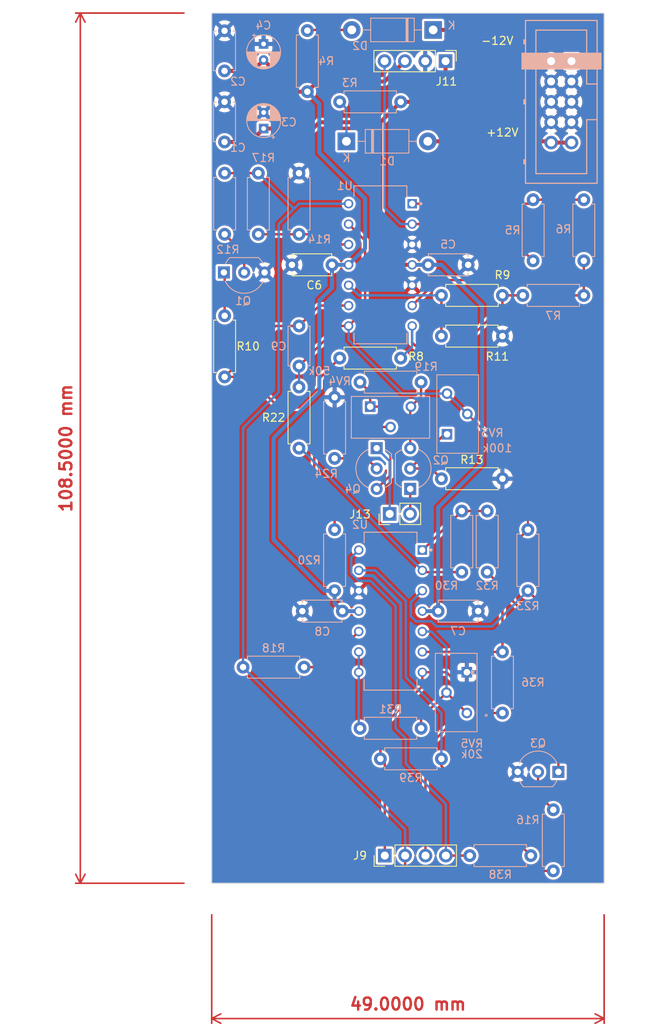
<source format=kicad_pcb>
(kicad_pcb (version 20221018) (generator pcbnew)
  (layers (0 "F.Cu" signal) (31 "B.Cu" power) (34 "B.Paste" user) (35 "F.Paste" user) (36 "B.SilkS" user "B.Silkscreen") (37 "F.SilkS" user "F.Silkscreen") (38 "B.Mask" user) (39 "F.Mask" user) (44 "Edge.Cuts" user))
  (net 0 "")
  (net 1 "GND")
  (net 2 "+12V")
  (net 3 "-12V")
  (net 4 "Net-(C9-Pad1)")
  (net 5 "/D+")
  (net 6 "/12+")
  (net 7 "/12-")
  (net 8 "/D-")
  (net 9 "U3_2_1")
  (net 10 "U3_3_1")
  (net 11 "Ramp Down1")
  (net 12 "Net-(Q1-Pad1)")
  (net 13 "Net-(Q1-Pad2)")
  (net 14 "Net-(Q2-Pad2)")
  (net 15 "Net-(Q2-Pad3)")
  (net 16 "Net-(Q3-Pad1)")
  (net 17 "Net-(Q3-Pad2)")
  (net 18 "Net-(Q4-Pad2)")
  (net 19 "Net-(Q4-Pad3)")
  (net 20 "Net-(R5-Pad2)")
  (net 21 "Net-(R6-Pad2)")
  (net 22 "Net-(R7-Pad2)")
  (net 23 "Net-(R11-Pad2)")
  (net 24 "Net-(R14-Pad2)")
  (net 25 "Net-(R18-Pad1)")
  (net 26 "Net-(R20-Pad1)")
  (net 27 "Net-(R22-Pad1)")
  (net 28 "Net-(R30-Pad1)")
  (net 29 "Net-(R31-Pad1)")
  (net 30 "Net-(R31-Pad2)")
  (net 31 "Net-(R32-Pad1)")
  (net 32 "Net-(R38-Pad2)")
  (net 33 "Tri1")
  (net 34 "Sqr1")
  (net 35 "Ramp Up1")
  (net 36 "RV2_1")
  (footprint "Capacitor_THT:C_Disc_D4.7mm_W2.5mm_P5.00mm" (layer "F.Cu") (at 187 71.12 180)
    (fp_text reference "C6" (at 2.215 -2.54) (layer "F.SilkS"))
    (fp_text value "0.1u")
    (pad "1" thru_hole circle (at 0 0 180) (size 1.6 1.6) (drill 0.8) (layers "*.Cu" "*.Mask") (net 3 "-12V"))
    (pad "2" thru_hole circle (at 5 0 180) (size 1.6 1.6) (drill 0.8) (layers "*.Cu" "*.Mask") (net 1 "GND"))
  )
  (footprint "Resistor_THT:R_Axial_DIN0207_L6.3mm_D2.5mm_P7.62mm_Horizontal" (layer "F.Cu") (at 195.58 82.75 180)
    (fp_text reference "R8" (at -1.905 0.2) (layer "F.SilkS"))
    (fp_text value "100k")
    (pad "1" thru_hole circle (at 0 0 180) (size 1.6 1.6) (drill 0.8) (layers "*.Cu" "*.Mask") (net 22 "Net-(R7-Pad2)"))
    (pad "2" thru_hole oval (at 7.62 0 180) (size 1.6 1.6) (drill 0.8) (layers "*.Cu" "*.Mask") (net 4 "Net-(C9-Pad1)"))
  )
  (footprint "Connector_PinHeader_2.54mm:PinHeader_1x02_P2.54mm_Vertical" (layer "F.Cu") (at 194.2 102.175 90)
    (fp_text reference "J13" (at -0.06 -3.7 180) (layer "F.SilkS"))
    (fp_text value "Conn_01x02")
    (pad "1" thru_hole rect (at 0 0 90) (size 1.7 1.7) (drill 1) (layers "*.Cu" "*.Mask") (net 10 "U3_3_1"))
    (pad "2" thru_hole oval (at 0 2.54 90) (size 1.7 1.7) (drill 1) (layers "*.Cu" "*.Mask") (net 9 "U3_2_1"))
  )
  (footprint "Connector_PinHeader_2.54mm:PinHeader_1x04_P2.54mm_Vertical" (layer "F.Cu") (at 201.18 45.72 -90)
    (fp_text reference "J11" (at 2.54 -0.115 180) (layer "F.SilkS"))
    (fp_text value "Conn_01x04")
    (pad "1" thru_hole rect (at 0 0 270) (size 1.7 1.7) (drill 1) (layers "*.Cu" "*.Mask") (net 2 "+12V"))
    (pad "2" thru_hole oval (at 0 2.54 270) (size 1.7 1.7) (drill 1) (layers "*.Cu" "*.Mask") (net 1 "GND"))
    (pad "3" thru_hole oval (at 0 5.08 270) (size 1.7 1.7) (drill 1) (layers "*.Cu" "*.Mask") (net 3 "-12V"))
    (pad "4" thru_hole oval (at 0 7.62 270) (size 1.7 1.7) (drill 1) (layers "*.Cu" "*.Mask") (net 36 "RV2_1"))
  )
  (footprint "Resistor_THT:R_Axial_DIN0207_L6.3mm_D2.5mm_P7.62mm_Horizontal" (layer "F.Cu") (at 182.88 93.98 90)
    (fp_text reference "R22" (at 3.81 -3.175 180) (layer "F.SilkS"))
    (fp_text value "100k")
    (pad "1" thru_hole circle (at 0 0 90) (size 1.6 1.6) (drill 0.8) (layers "*.Cu" "*.Mask") (net 27 "Net-(R22-Pad1)"))
    (pad "2" thru_hole oval (at 7.62 0 90) (size 1.6 1.6) (drill 0.8) (layers "*.Cu" "*.Mask") (net 33 "Tri1"))
  )
  (footprint "Resistor_THT:R_Axial_DIN0207_L6.3mm_D2.5mm_P7.62mm_Horizontal" (layer "F.Cu") (at 200.66 97.79)
    (fp_text reference "R13" (at 3.81 -2.37) (layer "F.SilkS"))
    (fp_text value "470")
    (pad "1" thru_hole circle (at 0 0) (size 1.6 1.6) (drill 0.8) (layers "*.Cu" "*.Mask") (net 14 "Net-(Q2-Pad2)"))
    (pad "2" thru_hole oval (at 7.62 0) (size 1.6 1.6) (drill 0.8) (layers "*.Cu" "*.Mask") (net 1 "GND"))
  )
  (footprint "Connector_PinHeader_2.54mm:PinHeader_1x04_P2.54mm_Vertical" (layer "F.Cu") (at 193.59 144.78 90)
    (fp_text reference "J9" (at 0 -3.09 180) (layer "F.SilkS"))
    (fp_text value "Conn_01x04")
    (pad "1" thru_hole rect (at 0 0 90) (size 1.7 1.7) (drill 1) (layers "*.Cu" "*.Mask") (net 35 "Ramp Up1"))
    (pad "2" thru_hole oval (at 0 2.54 90) (size 1.7 1.7) (drill 1) (layers "*.Cu" "*.Mask") (net 34 "Sqr1"))
    (pad "3" thru_hole oval (at 0 5.08 90) (size 1.7 1.7) (drill 1) (layers "*.Cu" "*.Mask") (net 33 "Tri1"))
    (pad "4" thru_hole oval (at 0 7.62 90) (size 1.7 1.7) (drill 1) (layers "*.Cu" "*.Mask") (net 11 "Ramp Down1"))
  )
  (footprint "Resistor_THT:R_Axial_DIN0207_L6.3mm_D2.5mm_P7.62mm_Horizontal" (layer "F.Cu") (at 173.595 77.47 -90)
    (fp_text reference "R10" (at 3.81 -2.935 180) (layer "F.SilkS"))
    (fp_text value "47k")
    (pad "1" thru_hole circle (at 0 0 270) (size 1.6 1.6) (drill 0.8) (layers "*.Cu" "*.Mask") (net 12 "Net-(Q1-Pad1)"))
    (pad "2" thru_hole oval (at 7.62 0 270) (size 1.6 1.6) (drill 0.8) (layers "*.Cu" "*.Mask") (net 4 "Net-(C9-Pad1)"))
  )
  (footprint "Resistor_THT:R_Axial_DIN0207_L6.3mm_D2.5mm_P7.62mm_Horizontal" (layer "F.Cu") (at 208.28 80.01 180)
    (fp_text reference "R11" (at 0.635 -2.54) (layer "F.SilkS"))
    (fp_text value "47k")
    (pad "1" thru_hole circle (at 0 0 180) (size 1.6 1.6) (drill 0.8) (layers "*.Cu" "*.Mask") (net 1 "GND"))
    (pad "2" thru_hole oval (at 7.62 0 180) (size 1.6 1.6) (drill 0.8) (layers "*.Cu" "*.Mask") (net 23 "Net-(R11-Pad2)"))
  )
  (footprint "Resistor_THT:R_Axial_DIN0207_L6.3mm_D2.5mm_P7.62mm_Horizontal" (layer "F.Cu") (at 208.28 74.93 180)
    (fp_text reference "R9" (at 0 2.54) (layer "F.SilkS"))
    (fp_text value "47k")
    (pad "1" thru_hole circle (at 0 0 180) (size 1.6 1.6) (drill 0.8) (layers "*.Cu" "*.Mask") (net 22 "Net-(R7-Pad2)"))
    (pad "2" thru_hole oval (at 7.62 0 180) (size 1.6 1.6) (drill 0.8) (layers "*.Cu" "*.Mask") (net 23 "Net-(R11-Pad2)"))
  )
  (footprint "Capacitor_THT:C_Disc_D4.7mm_W2.5mm_P5.00mm" (layer "B.Cu") (at 173.58 50.8 -90)
    (fp_text reference "C1" (at 5.715 -1.68 180) (layer "B.SilkS") (effects (justify mirror)))
    (fp_text value "0.1u")
    (pad "1" thru_hole circle (at 0 0 270) (size 1.6 1.6) (drill 0.8) (layers "*.Cu" "*.Mask") (net 1 "GND"))
    (pad "2" thru_hole circle (at 5 0 270) (size 1.6 1.6) (drill 0.8) (layers "*.Cu" "*.Mask") (net 2 "+12V"))
  )
  (footprint "Resistor_THT:R_Axial_DIN0207_L6.3mm_D2.5mm_P7.62mm_Horizontal" (layer "B.Cu") (at 198.12 128.905 180)
    (fp_text reference "R31" (at 3.81 2.37) (layer "B.SilkS") (effects (justify mirror)))
    (fp_text value "50k")
    (pad "1" thru_hole circle (at 0 0 180) (size 1.6 1.6) (drill 0.8) (layers "*.Cu" "*.Mask") (net 29 "Net-(R31-Pad1)"))
    (pad "2" thru_hole oval (at 7.62 0 180) (size 1.6 1.6) (drill 0.8) (layers "*.Cu" "*.Mask") (net 30 "Net-(R31-Pad2)"))
  )
  (footprint "Capacitor_THT:CP_Radial_D4.0mm_P2.00mm" (layer "B.Cu") (at 178.4675 54.127662 90)
    (fp_text reference "C3" (at 0.787662 3.1425) (layer "B.SilkS") (effects (justify mirror)))
    (fp_text value "47u")
    (pad "1" thru_hole rect (at 0 0 90) (size 1.2 1.2) (drill 0.6) (layers "*.Cu" "*.Mask") (net 2 "+12V"))
    (pad "2" thru_hole circle (at 2 0 90) (size 1.2 1.2) (drill 0.6) (layers "*.Cu" "*.Mask") (net 1 "GND"))
  )
  (footprint "Custom_Footprints:Eurorack_10_pin_header" (layer "B.Cu") (at 216.9 45.72 -90)
    (fp_text reference "J2" hide)
    (fp_text value "Eurorack 10 DIP Header")
    (fp_text user "-12V" (at -2.54 9.255) (layer "F.SilkS"))
    (pad "1" thru_hole rect (at 0 0 270) (size 1.7 1.7) (drill 1) (layers "*.Cu" "*.Mask") (net 7 "/12-"))
    (pad "2" thru_hole circle (at 0 2.54 270) (size 1.7 1.7) (drill 1) (layers "*.Cu" "*.Mask") (net 7 "/12-"))
    (pad "3" thru_hole circle (at 2.54 0 270) (size 1.7 1.7) (drill 1) (layers "*.Cu" "*.Mask") (net 1 "GND"))
    (pad "4" thru_hole circle (at 2.54 2.54 270) (size 1.7 1.7) (drill 1) (layers "*.Cu" "*.Mask") (net 1 "GND"))
    (pad "5" thru_hole circle (at 5.08 0 270) (size 1.7 1.7) (drill 1) (layers "*.Cu" "*.Mask") (net 1 "GND"))
    (pad "6" thru_hole circle (at 5.08 2.54 270) (size 1.7 1.7) (drill 1) (layers "*.Cu" "*.Mask") (net 1 "GND"))
    (pad "7" thru_hole circle (at 7.62 0 270) (size 1.7 1.7) (drill 1) (layers "*.Cu" "*.Mask") (net 1 "GND"))
    (pad "8" thru_hole circle (at 7.62 2.54 270) (size 1.7 1.7) (drill 1) (layers "*.Cu" "*.Mask") (net 1 "GND"))
    (pad "9" thru_hole circle (at 10.16 0 270) (size 1.7 1.7) (drill 1) (layers "*.Cu" "*.Mask") (net 6 "/12+"))
    (pad "10" thru_hole circle (at 10.16 2.54 270) (size 1.7 1.7) (drill 1) (layers "*.Cu" "*.Mask") (net 6 "/12+"))
  )
  (footprint "Custom_Footprints:3296Y-1-502LF" (layer "B.Cu") (at 191.77 88.8)
    (fp_text reference "RV4" (at -3.81 -3.175 180) (layer "B.SilkS") (effects (justify mirror)))
    (fp_text value "50k" (at -6.35 -4.445 180) (layer "B.SilkS") (effects (justify mirror)))
    (pad "1" thru_hole circle (at 5.08 0) (size 1.3208 1.3208) (drill 0.8128) (layers "*.Cu" "*.Mask") (net 15 "Net-(Q2-Pad3)"))
    (pad "2" thru_hole circle (at 2.54 2.54) (size 1.3208 1.3208) (drill 0.8128) (layers "*.Cu" "*.Mask") (net 26 "Net-(R20-Pad1)"))
    (pad "3" thru_hole rect (at 0 0) (size 1.3208 1.3208) (drill 0.8128) (layers "*.Cu" "*.Mask") (net 19 "Net-(Q4-Pad3)"))
  )
  (footprint "Capacitor_THT:C_Disc_D4.7mm_W2.5mm_P5.00mm" (layer "B.Cu") (at 200.25 114.3)
    (fp_text reference "C7" (at 2.5 2.5) (layer "B.SilkS") (effects (justify mirror)))
    (fp_text value "0.1u")
    (pad "1" thru_hole circle (at 0 0) (size 1.6 1.6) (drill 0.8) (layers "*.Cu" "*.Mask") (net 2 "+12V"))
    (pad "2" thru_hole circle (at 5 0) (size 1.6 1.6) (drill 0.8) (layers "*.Cu" "*.Mask") (net 1 "GND"))
  )
  (footprint "Resistor_THT:R_Axial_DIN0207_L6.3mm_D2.5mm_P7.62mm_Horizontal" (layer "B.Cu") (at 204.2 144.78)
    (fp_text reference "R38" (at 3.81 2.37) (layer "B.SilkS") (effects (justify mirror)))
    (fp_text value "10k")
    (pad "1" thru_hole circle (at 0 0) (size 1.6 1.6) (drill 0.8) (layers "*.Cu" "*.Mask") (net 11 "Ramp Down1"))
    (pad "2" thru_hole oval (at 7.62 0) (size 1.6 1.6) (drill 0.8) (layers "*.Cu" "*.Mask") (net 32 "Net-(R38-Pad2)"))
  )
  (footprint "TL074CN:DIP794W45P254L1969H508Q14" (layer "B.Cu") (at 193.04 71.12 180)
    (fp_text reference "U1" (at 4.445 9.845) (layer "B.SilkS") (effects (justify mirror)))
    (fp_text value "TL074CN")
    (pad "1" thru_hole rect (at -3.97 7.62 180) (size 1.17 1.17) (drill 0.77) (layers "*.Cu" "*.Mask") (net 20 "Net-(R5-Pad2)"))
    (pad "2" thru_hole circle (at -3.97 5.08 180) (size 1.17 1.17) (drill 0.77) (layers "*.Cu" "*.Mask") (net 36 "RV2_1"))
    (pad "3" thru_hole circle (at -3.97 2.54 180) (size 1.17 1.17) (drill 0.77) (layers "*.Cu" "*.Mask") (net 1 "GND"))
    (pad "4" thru_hole circle (at -3.97 0 180) (size 1.17 1.17) (drill 0.77) (layers "*.Cu" "*.Mask") (net 2 "+12V"))
    (pad "5" thru_hole circle (at -3.97 -2.54 180) (size 1.17 1.17) (drill 0.77) (layers "*.Cu" "*.Mask") (net 1 "GND"))
    (pad "6" thru_hole circle (at -3.97 -5.08 180) (size 1.17 1.17) (drill 0.77) (layers "*.Cu" "*.Mask") (net 21 "Net-(R6-Pad2)"))
    (pad "7" thru_hole circle (at -3.97 -7.62 180) (size 1.17 1.17) (drill 0.77) (layers "*.Cu" "*.Mask") (net 22 "Net-(R7-Pad2)"))
    (pad "8" thru_hole circle (at 3.97 -7.62 180) (size 1.17 1.17) (drill 0.77) (layers "*.Cu" "*.Mask") (net 33 "Tri1"))
    (pad "9" thru_hole circle (at 3.97 -5.08 180) (size 1.17 1.17) (drill 0.77) (layers "*.Cu" "*.Mask") (net 4 "Net-(C9-Pad1)"))
    (pad "10" thru_hole circle (at 3.97 -2.54 180) (size 1.17 1.17) (drill 0.77) (layers "*.Cu" "*.Mask") (net 23 "Net-(R11-Pad2)"))
    (pad "11" thru_hole circle (at 3.97 0 180) (size 1.17 1.17) (drill 0.77) (layers "*.Cu" "*.Mask") (net 3 "-12V"))
    (pad "12" thru_hole circle (at 3.97 2.54 180) (size 1.17 1.17) (drill 0.77) (layers "*.Cu" "*.Mask") (net 24 "Net-(R14-Pad2)"))
    (pad "13" thru_hole circle (at 3.97 5.08 180) (size 1.17 1.17) (drill 0.77) (layers "*.Cu" "*.Mask") (net 33 "Tri1"))
    (pad "14" thru_hole circle (at 3.97 7.62 180) (size 1.17 1.17) (drill 0.77) (layers "*.Cu" "*.Mask") (net 34 "Sqr1"))
  )
  (footprint "TL074CN:DIP794W45P254L1969H508Q14" (layer "B.Cu") (at 194.31 114.3 180)
    (fp_text reference "U2" (at 3.81 10.795) (layer "B.SilkS") (effects (justify mirror)))
    (fp_text value "TL074CN")
    (pad "1" thru_hole rect (at -3.97 7.62 180) (size 1.17 1.17) (drill 0.77) (layers "*.Cu" "*.Mask") (net 28 "Net-(R30-Pad1)"))
    (pad "2" thru_hole circle (at -3.97 5.08 180) (size 1.17 1.17) (drill 0.77) (layers "*.Cu" "*.Mask") (net 27 "Net-(R22-Pad1)"))
    (pad "3" thru_hole circle (at -3.97 2.54 180) (size 1.17 1.17) (drill 0.77) (layers "*.Cu" "*.Mask") (net 16 "Net-(Q3-Pad1)"))
    (pad "4" thru_hole circle (at -3.97 0 180) (size 1.17 1.17) (drill 0.77) (layers "*.Cu" "*.Mask") (net 2 "+12V"))
    (pad "5" thru_hole circle (at -3.97 -2.54 180) (size 1.17 1.17) (drill 0.77) (layers "*.Cu" "*.Mask") (net 29 "Net-(R31-Pad1)"))
    (pad "6" thru_hole circle (at -3.97 -5.08 180) (size 1.17 1.17) (drill 0.77) (layers "*.Cu" "*.Mask") (net 31 "Net-(R32-Pad1)"))
    (pad "7" thru_hole circle (at -3.97 -7.62 180) (size 1.17 1.17) (drill 0.77) (layers "*.Cu" "*.Mask") (net 35 "Ramp Up1"))
    (pad "8" thru_hole circle (at 3.97 -7.62 180) (size 1.17 1.17) (drill 0.77) (layers "*.Cu" "*.Mask") (net 30 "Net-(R31-Pad2)"))
    (pad "9" thru_hole circle (at 3.97 -5.08 180) (size 1.17 1.17) (drill 0.77) (layers "*.Cu" "*.Mask") (net 30 "Net-(R31-Pad2)"))
    (pad "10" thru_hole circle (at 3.97 -2.54 180) (size 1.17 1.17) (drill 0.77) (layers "*.Cu" "*.Mask") (net 25 "Net-(R18-Pad1)"))
    (pad "11" thru_hole circle (at 3.97 0 180) (size 1.17 1.17) (drill 0.77) (layers "*.Cu" "*.Mask") (net 3 "-12V"))
    (pad "12" thru_hole circle (at 3.97 2.54 180) (size 1.17 1.17) (drill 0.77) (layers "*.Cu" "*.Mask") (net 1 "GND"))
    (pad "13" thru_hole circle (at 3.97 5.08 180) (size 1.17 1.17) (drill 0.77) (layers "*.Cu" "*.Mask") (net 32 "Net-(R38-Pad2)"))
    (pad "14" thru_hole circle (at 3.97 7.62 180) (size 1.17 1.17) (drill 0.77) (layers "*.Cu" "*.Mask") (net 11 "Ramp Down1"))
  )
  (footprint "Resistor_THT:R_Axial_DIN0207_L6.3mm_D2.5mm_P7.62mm_Horizontal" (layer "B.Cu") (at 218.44 63 -90)
    (fp_text reference "R6" (at 3.675 2.54 180) (layer "B.SilkS") (effects (justify mirror)))
    (fp_text value "100k")
    (pad "1" thru_hole circle (at 0 0 270) (size 1.6 1.6) (drill 0.8) (layers "*.Cu" "*.Mask") (net 20 "Net-(R5-Pad2)"))
    (pad "2" thru_hole oval (at 7.62 0 270) (size 1.6 1.6) (drill 0.8) (layers "*.Cu" "*.Mask") (net 21 "Net-(R6-Pad2)"))
  )
  (footprint "Resistor_THT:R_Axial_DIN0207_L6.3mm_D2.5mm_P7.62mm_Horizontal" (layer "B.Cu") (at 193.04 132.715)
    (fp_text reference "R39" (at 3.81 2.37) (layer "B.SilkS") (effects (justify mirror)))
    (fp_text value "10k")
    (pad "1" thru_hole circle (at 0 0) (size 1.6 1.6) (drill 0.8) (layers "*.Cu" "*.Mask") (net 35 "Ramp Up1"))
    (pad "2" thru_hole oval (at 7.62 0) (size 1.6 1.6) (drill 0.8) (layers "*.Cu" "*.Mask") (net 32 "Net-(R38-Pad2)"))
  )
  (footprint "Resistor_THT:R_Axial_DIN0207_L6.3mm_D2.5mm_P7.62mm_Horizontal" (layer "B.Cu") (at 173.595 59.69 -90)
    (fp_text reference "R12" (at 9.525 -0.395 180) (layer "B.SilkS") (effects (justify mirror)))
    (fp_text value "10k")
    (pad "1" thru_hole circle (at 0 0 270) (size 1.6 1.6) (drill 0.8) (layers "*.Cu" "*.Mask") (net 34 "Sqr1"))
    (pad "2" thru_hole oval (at 7.62 0 270) (size 1.6 1.6) (drill 0.8) (layers "*.Cu" "*.Mask") (net 13 "Net-(Q1-Pad2)"))
  )
  (footprint "Package_TO_SOT_THT:TO-92_Inline_Wide" (layer "B.Cu") (at 215.265 134.345 180)
    (fp_text reference "Q3" (at 2.54 3.56) (layer "B.SilkS") (effects (justify mirror)))
    (fp_text value "BC550")
    (pad "1" thru_hole rect (at 0 0 180) (size 1.5 1.5) (drill 0.8) (layers "*.Cu" "*.Mask") (net 16 "Net-(Q3-Pad1)"))
    (pad "2" thru_hole circle (at 2.54 0 180) (size 1.5 1.5) (drill 0.8) (layers "*.Cu" "*.Mask") (net 17 "Net-(Q3-Pad2)"))
    (pad "3" thru_hole circle (at 5.08 0 180) (size 1.5 1.5) (drill 0.8) (layers "*.Cu" "*.Mask") (net 1 "GND"))
  )
  (footprint "Resistor_THT:R_Axial_DIN0207_L6.3mm_D2.5mm_P7.62mm_Horizontal" (layer "B.Cu") (at 218.44 74.93 180)
    (fp_text reference "R7" (at 3.81 -2.54) (layer "B.SilkS") (effects (justify mirror)))
    (fp_text value "100k")
    (pad "1" thru_hole circle (at 0 0 180) (size 1.6 1.6) (drill 0.8) (layers "*.Cu" "*.Mask") (net 21 "Net-(R6-Pad2)"))
    (pad "2" thru_hole oval (at 7.62 0 180) (size 1.6 1.6) (drill 0.8) (layers "*.Cu" "*.Mask") (net 22 "Net-(R7-Pad2)"))
  )
  (footprint "Resistor_THT:R_Axial_DIN0207_L6.3mm_D2.5mm_P7.62mm_Horizontal" (layer "B.Cu") (at 211.455 111.76 90)
    (fp_text reference "R23" (at -1.905 0 180) (layer "B.SilkS") (effects (justify mirror)))
    (fp_text value "100k")
    (pad "1" thru_hole circle (at 0 0 90) (size 1.6 1.6) (drill 0.8) (layers "*.Cu" "*.Mask") (net 16 "Net-(Q3-Pad1)"))
    (pad "2" thru_hole oval (at 7.62 0 90) (size 1.6 1.6) (drill 0.8) (layers "*.Cu" "*.Mask") (net 33 "Tri1"))
  )
  (footprint "Resistor_THT:R_Axial_DIN0207_L6.3mm_D2.5mm_P7.62mm_Horizontal" (layer "B.Cu") (at 187.325 104.14 -90)
    (fp_text reference "R20" (at 3.81 3.175 180) (layer "B.SilkS") (effects (justify mirror)))
    (fp_text value "68k")
    (pad "1" thru_hole circle (at 0 0 270) (size 1.6 1.6) (drill 0.8) (layers "*.Cu" "*.Mask") (net 26 "Net-(R20-Pad1)"))
    (pad "2" thru_hole oval (at 7.62 0 270) (size 1.6 1.6) (drill 0.8) (layers "*.Cu" "*.Mask") (net 3 "-12V"))
  )
  (footprint "Resistor_THT:R_Axial_DIN0207_L6.3mm_D2.5mm_P7.62mm_Horizontal" (layer "B.Cu") (at 187.325 95.25 90)
    (fp_text reference "R24" (at -1.905 -1.04 180) (layer "B.SilkS") (effects (justify mirror)))
    (fp_text value "470")
    (pad "1" thru_hole circle (at 0 0 90) (size 1.6 1.6) (drill 0.8) (layers "*.Cu" "*.Mask") (net 18 "Net-(Q4-Pad2)"))
    (pad "2" thru_hole oval (at 7.62 0 90) (size 1.6 1.6) (drill 0.8) (layers "*.Cu" "*.Mask") (net 1 "GND"))
  )
  (footprint "Custom_Footprints:3296Y-1-502LF" (layer "B.Cu") (at 201.3585 92.2528 90)
    (fp_text reference "RV3" (at 0.1778 5.6515) (layer "B.SilkS") (effects (justify mirror)))
    (fp_text value "100k" (at -1.7272 6.2865) (layer "B.SilkS") (effects (justify mirror)))
    (pad "1" thru_hole circle (at 5.08 0 90) (size 1.3208 1.3208) (drill 0.8128) (layers "*.Cu" "*.Mask") (net 33 "Tri1"))
    (pad "2" thru_hole circle (at 2.54 2.54 90) (size 1.3208 1.3208) (drill 0.8128) (layers "*.Cu" "*.Mask") (net 33 "Tri1"))
    (pad "3" thru_hole rect (at 0 0 90) (size 1.3208 1.3208) (drill 0.8128) (layers "*.Cu" "*.Mask") (net 14 "Net-(Q2-Pad2)"))
  )
  (footprint "Package_TO_SOT_THT:TO-92_Inline_Wide" (layer "B.Cu") (at 196.765 99.06 90)
    (fp_text reference "Q2" (at 3.575 3.81 180) (layer "B.SilkS") (effects (justify mirror)))
    (fp_text value "BC550")
    (pad "1" thru_hole rect (at 0 0 90) (size 1.5 1.5) (drill 0.8) (layers "*.Cu" "*.Mask") (net 9 "U3_2_1"))
    (pad "2" thru_hole circle (at 2.54 0 90) (size 1.5 1.5) (drill 0.8) (layers "*.Cu" "*.Mask") (net 14 "Net-(Q2-Pad2)"))
    (pad "3" thru_hole circle (at 5.08 0 90) (size 1.5 1.5) (drill 0.8) (layers "*.Cu" "*.Mask") (net 15 "Net-(Q2-Pad3)"))
  )
  (footprint "Capacitor_THT:CP_Radial_D4.0mm_P2.00mm" (layer "B.Cu") (at 178.4575 43.579213 -90)
    (fp_text reference "C4" (at -2.304213 0.0225 180) (layer "B.SilkS") (effects (justify mirror)))
    (fp_text value "47u")
    (pad "1" thru_hole rect (at 0 0 270) (size 1.2 1.2) (drill 0.6) (layers "*.Cu" "*.Mask") (net 1 "GND"))
    (pad "2" thru_hole circle (at 2 0 270) (size 1.2 1.2) (drill 0.6) (layers "*.Cu" "*.Mask") (net 3 "-12V"))
  )
  (footprint "Resistor_THT:R_Axial_DIN0207_L6.3mm_D2.5mm_P7.62mm_Horizontal" (layer "B.Cu") (at 182.88 59.69 -90)
    (fp_text reference "R14" (at 8.255 -2.54 180) (layer "B.SilkS") (effects (justify mirror)))
    (fp_text value "47k")
    (pad "1" thru_hole circle (at 0 0 270) (size 1.6 1.6) (drill 0.8) (layers "*.Cu" "*.Mask") (net 1 "GND"))
    (pad "2" thru_hole oval (at 7.62 0 270) (size 1.6 1.6) (drill 0.8) (layers "*.Cu" "*.Mask") (net 24 "Net-(R14-Pad2)"))
  )
  (footprint "Capacitor_THT:C_Disc_D4.7mm_W2.5mm_P5.00mm" (layer "B.Cu") (at 182.88 78.74 -90)
    (fp_text reference "C9" (at 2.54 2.54 180) (layer "B.SilkS") (effects (justify mirror)))
    (fp_text value "0.1u")
    (pad "1" thru_hole circle (at 0 0 270) (size 1.6 1.6) (drill 0.8) (layers "*.Cu" "*.Mask") (net 4 "Net-(C9-Pad1)"))
    (pad "2" thru_hole circle (at 5 0 270) (size 1.6 1.6) (drill 0.8) (layers "*.Cu" "*.Mask") (net 33 "Tri1"))
  )
  (footprint "Capacitor_THT:C_Disc_D4.7mm_W2.5mm_P5.00mm" (layer "B.Cu") (at 199 71.12)
    (fp_text reference "C5" (at 2.5 -2.54) (layer "B.SilkS") (effects (justify mirror)))
    (fp_text value "0.1u")
    (pad "1" thru_hole circle (at 0 0) (size 1.6 1.6) (drill 0.8) (layers "*.Cu" "*.Mask") (net 2 "+12V"))
    (pad "2" thru_hole circle (at 5 0) (size 1.6 1.6) (drill 0.8) (layers "*.Cu" "*.Mask") (net 1 "GND"))
  )
  (footprint "Resistor_THT:R_Axial_DIN0207_L6.3mm_D2.5mm_P7.62mm_Horizontal" (layer "B.Cu") (at 183.515 121.285 180)
    (fp_text reference "R18" (at 3.81 2.37) (layer "B.SilkS") (effects (justify mirror)))
    (fp_text value "100k")
    (pad "1" thru_hole circle (at 0 0 180) (size 1.6 1.6) (drill 0.8) (layers "*.Cu" "*.Mask") (net 25 "Net-(R18-Pad1)"))
    (pad "2" thru_hole oval (at 7.62 0 180) (size 1.6 1.6) (drill 0.8) (layers "*.Cu" "*.Mask") (net 34 "Sqr1"))
  )
  (footprint "Package_TO_SOT_THT:TO-92_Inline_Wide" (layer "B.Cu") (at 173.5 72.069055)
    (fp_text reference "Q1" (at 2.395 3.56) (layer "B.SilkS") (effects (justify mirror)))
    (fp_text value "BC550")
    (pad "1" thru_hole rect (at 0 0) (size 1.5 1.5) (drill 0.8) (layers "*.Cu" "*.Mask") (net 12 "Net-(Q1-Pad1)"))
    (pad "2" thru_hole circle (at 2.54 0) (size 1.5 1.5) (drill 0.8) (layers "*.Cu" "*.Mask") (net 13 "Net-(Q1-Pad2)"))
    (pad "3" thru_hole circle (at 5.08 0) (size 1.5 1.5) (drill 0.8) (layers "*.Cu" "*.Mask") (net 1 "GND"))
  )
  (footprint "Custom_Footprints:3296Y-1-502LF" (layer "B.Cu") (at 203.835 121.92 -90)
    (fp_text reference "RV5" (at 8.89 -0.635 180) (layer "B.SilkS") (effects (justify mirror)))
    (fp_text value "20k" (at 10.2108 -0.635 180) (layer "B.SilkS") (effects (justify mirror)))
    (fp_text user "*" (at 0 -1 90) (layer "B.SilkS") (effects (justify mirror)))
    (pad "1" thru_hole circle (at 5.08 0 270) (size 1.3208 1.3208) (drill 0.8128) (layers "*.Cu" "*.Mask") (net 29 "Net-(R31-Pad1)"))
    (pad "2" thru_hole circle (at 2.54 2.54 270) (size 1.3208 1.3208) (drill 0.8128) (layers "*.Cu" "*.Mask") (net 29 "Net-(R31-Pad1)"))
    (pad "3" thru_hole rect (at 0 0 270) (size 1.3208 1.3208) (drill 0.8128) (layers "*.Cu" "*.Mask") (net 1 "GND"))
  )
  (footprint "Resistor_THT:R_Axial_DIN0207_L6.3mm_D2.5mm_P7.62mm_Horizontal" (layer "B.Cu") (at 190.5 85.75)
    (fp_text reference "R19" (at 8.255 -1.93) (layer "B.SilkS") (effects (justify mirror)))
    (fp_text value "220")
    (pad "1" thru_hole circle (at 0 0) (size 1.6 1.6) (drill 0.8) (layers "*.Cu" "*.Mask") (net 19 "Net-(Q4-Pad3)"))
    (pad "2" thru_hole oval (at 7.62 0) (size 1.6 1.6) (drill 0.8) (layers "*.Cu" "*.Mask") (net 15 "Net-(Q2-Pad3)"))
  )
  (footprint "Capacitor_THT:C_Disc_D4.7mm_W2.5mm_P5.00mm" (layer "B.Cu") (at 173.58 46.94 90)
    (fp_text reference "C2" (at -1.32 1.68 180) (layer "B.SilkS") (effects (justify mirror)))
    (fp_text value "0.1u")
    (pad "1" thru_hole circle (at 0 0 90) (size 1.6 1.6) (drill 0.8) (layers "*.Cu" "*.Mask") (net 3 "-12V"))
    (pad "2" thru_hole circle (at 5 0 90) (size 1.6 1.6) (drill 0.8) (layers "*.Cu" "*.Mask") (net 1 "GND"))
  )
  (footprint "Resistor_THT:R_Axial_DIN0207_L6.3mm_D2.5mm_P7.62mm_Horizontal" (layer "B.Cu") (at 195.58 50.8 180)
    (fp_text reference "R3" (at 6.35 2.37) (layer "B.SilkS") (effects (justify mirror)))
    (fp_text value "10")
    (pad "1" thru_hole circle (at 0 0 180) (size 1.6 1.6) (drill 0.8) (layers "*.Cu" "*.Mask") (net 2 "+12V"))
    (pad "2" thru_hole oval (at 7.62 0 180) (size 1.6 1.6) (drill 0.8) (layers "*.Cu" "*.Mask") (net 5 "/D+"))
  )
  (footprint "Resistor_THT:R_Axial_DIN0207_L6.3mm_D2.5mm_P7.62mm_Horizontal" (layer "B.Cu") (at 212.11 70.62 90)
    (fp_text reference "R5" (at 3.81 -2.56 180) (layer "B.SilkS") (effects (justify mirror)))
    (fp_text value "100k")
    (pad "1" thru_hole circle (at 0 0 90) (size 1.6 1.6) (drill 0.8) (layers "*.Cu" "*.Mask") (net 36 "RV2_1"))
    (pad "2" thru_hole oval (at 7.62 0 90) (size 1.6 1.6) (drill 0.8) (layers "*.Cu" "*.Mask") (net 20 "Net-(R5-Pad2)"))
  )
  (footprint "Package_TO_SOT_THT:TO-92_Inline_Wide" (layer "B.Cu") (at 192.575 93.98 -90)
    (fp_text reference "Q4" (at 5.08 2.985 180) (layer "B.SilkS") (effects (justify mirror)))
    (fp_text value "BC550")
    (pad "1" thru_hole rect (at 0 0 270) (size 1.5 1.5) (drill 0.8) (layers "*.Cu" "*.Mask") (net 10 "U3_3_1"))
    (pad "2" thru_hole circle (at 2.54 0 270) (size 1.5 1.5) (drill 0.8) (layers "*.Cu" "*.Mask") (net 18 "Net-(Q4-Pad2)"))
    (pad "3" thru_hole circle (at 5.08 0 270) (size 1.5 1.5) (drill 0.8) (layers "*.Cu" "*.Mask") (net 19 "Net-(Q4-Pad3)"))
  )
  (footprint "Resistor_THT:R_Axial_DIN0207_L6.3mm_D2.5mm_P7.62mm_Horizontal" (layer "B.Cu") (at 183.92 49.53 90)
    (fp_text reference "R4" (at 3.81 2.37 180) (layer "B.SilkS") (effects (justify mirror)))
    (fp_text value "10")
    (pad "1" thru_hole circle (at 0 0 90) (size 1.6 1.6) (drill 0.8) (layers "*.Cu" "*.Mask") (net 3 "-12V"))
    (pad "2" thru_hole oval (at 7.62 0 90) (size 1.6 1.6) (drill 0.8) (layers "*.Cu" "*.Mask") (net 8 "/D-"))
  )
  (footprint "Diode_THT:D_DO-41_SOD81_P10.16mm_Horizontal" (layer "B.Cu") (at 199.6275 41.83 180)
    (fp_text reference "D2" (at 9.1275 -1.985) (layer "B.SilkS") (effects (justify mirror)))
    (fp_text value "1N5819")
    (fp_text user "K" (at -2.3025 0.555) (layer "B.SilkS") (effects (justify mirror)))
    (pad "1" thru_hole rect (at 0 0 180) (size 2.2 2.2) (drill 1.1) (layers "*.Cu" "*.Mask") (net 7 "/12-"))
    (pad "2" thru_hole oval (at 10.16 0 180) (size 2.2 2.2) (drill 1.1) (layers "*.Cu" "*.Mask") (net 8 "/D-"))
  )
  (footprint "Resistor_THT:R_Axial_DIN0207_L6.3mm_D2.5mm_P7.62mm_Horizontal" (layer "B.Cu") (at 208.28 127 90)
    (fp_text reference "R36" (at 3.81 3.81 180) (layer "B.SilkS") (effects (justify mirror)))
    (fp_text value "10k")
    (pad "1" thru_hole circle (at 0 0 90) (size 1.6 1.6) (drill 0.8) (layers "*.Cu" "*.Mask") (net 35 "Ramp Up1"))
    (pad "2" thru_hole oval (at 7.62 0 90) (size 1.6 1.6) (drill 0.8) (layers "*.Cu" "*.Mask") (net 31 "Net-(R32-Pad1)"))
  )
  (footprint "Diode_THT:D_DO-41_SOD81_P10.16mm_Horizontal" (layer "B.Cu") (at 188.8 55.72)
    (fp_text reference "D1" (at 5.08 2.47) (layer "B.SilkS") (effects (justify mirror)))
    (fp_text value "1N5819")
    (fp_text user "K" (at 0 2.1) (layer "B.SilkS") (effects (justify mirror)))
    (pad "1" thru_hole rect (at 0 0) (size 2.2 2.2) (drill 1.1) (layers "*.Cu" "*.Mask") (net 5 "/D+"))
    (pad "2" thru_hole oval (at 10.16 0) (size 2.2 2.2) (drill 1.1) (layers "*.Cu" "*.Mask") (net 6 "/12+"))
  )
  (footprint "Resistor_THT:R_Axial_DIN0207_L6.3mm_D2.5mm_P7.62mm_Horizontal" (layer "B.Cu") (at 214.63 139.065 -90)
    (fp_text reference "R16" (at 1.27 3.175 180) (layer "B.SilkS") (effects (justify mirror)))
    (fp_text value "10k")
    (pad "1" thru_hole circle (at 0 0 270) (size 1.6 1.6) (drill 0.8) (layers "*.Cu" "*.Mask") (net 17 "Net-(Q3-Pad2)"))
    (pad "2" thru_hole oval (at 7.62 0 270) (size 1.6 1.6) (drill 0.8) (layers "*.Cu" "*.Mask") (net 34 "Sqr1"))
  )
  (footprint "Resistor_THT:R_Axial_DIN0207_L6.3mm_D2.5mm_P7.62mm_Horizontal" (layer "B.Cu") (at 203.2 101.82 -90)
    (fp_text reference "R30" (at 9.305 1.905 -180) (layer "B.SilkS") (effects (justify mirror)))
    (fp_text value "100k")
    (pad "1" thru_hole circle (at 0 0 270) (size 1.6 1.6) (drill 0.8) (layers "*.Cu" "*.Mask") (net 28 "Net-(R30-Pad1)"))
    (pad "2" thru_hole oval (at 7.62 0 270) (size 1.6 1.6) (drill 0.8) (layers "*.Cu" "*.Mask") (net 27 "Net-(R22-Pad1)"))
  )
  (footprint "Capacitor_THT:C_Disc_D4.7mm_W2.5mm_P5.00mm" (layer "B.Cu") (at 188.295 114.3 180)
    (fp_text reference "C8" (at 2.5 -2.54) (layer "B.SilkS") (effects (justify mirror)))
    (fp_text value "0.1u")
    (pad "1" thru_hole circle (at 0 0 180) (size 1.6 1.6) (drill 0.8) (layers "*.Cu" "*.Mask") (net 3 "-12V"))
    (pad "2" thru_hole circle (at 5 0 180) (size 1.6 1.6) (drill 0.8) (layers "*.Cu" "*.Mask") (net 1 "GND"))
  )
  (footprint "Resistor_THT:R_Axial_DIN0207_L6.3mm_D2.5mm_P7.62mm_Horizontal" (layer "B.Cu") (at 177.8 59.69 -90)
    (fp_text reference "R17" (at -1.905 -0.635 180) (layer "B.SilkS") (effects (justify mirror)))
    (fp_text value "47k")
    (pad "1" thru_hole circle (at 0 0 270) (size 1.6 1.6) (drill 0.8) (layers "*.Cu" "*.Mask") (net 34 "Sqr1"))
    (pad "2" thru_hole oval (at 7.62 0 270) (size 1.6 1.6) (drill 0.8) (layers "*.Cu" "*.Mask") (net 24 "Net-(R14-Pad2)"))
  )
  (footprint "Resistor_THT:R_Axial_DIN0207_L6.3mm_D2.5mm_P7.62mm_Horizontal" (layer "B.Cu") (at 206.375 109.44 90)
    (fp_text reference "R32" (at -1.685 0 180) (layer "B.SilkS") (effects (justify mirror)))
    (fp_text value "20k")
    (pad "1" thru_hole circle (at 0 0 90) (size 1.6 1.6) (drill 0.8) (layers "*.Cu" "*.Mask") (net 31 "Net-(R32-Pad1)"))
    (pad "2" thru_hole oval (at 7.62 0 90) (size 1.6 1.6) (drill 0.8) (layers "*.Cu" "*.Mask") (net 28 "Net-(R30-Pad1)"))
  )
  (gr_line (start 171.98 148.23) (end 220.98 148.23) (stroke (width 0.1)) (layer "Edge.Cuts"))
  (gr_line (start 220.98 148.23) (end 220.98 39.73) (stroke (width 0.1)) (layer "Edge.Cuts"))
  (gr_line (start 171.98 148.23) (end 171.98 39.73) (stroke (width 0.1)) (layer "Edge.Cuts"))
  (gr_line (start 171.98 39.73) (end 220.98 39.73) (stroke (width 0.1)) (layer "Edge.Cuts"))
  (gr_text "+12V" (at 208.28 54.61) (layer "F.SilkS") (effects (font (size 1 1))))
  (dimension (type aligned) (layer "F.Cu") (pts (xy 169.009 39.73) (xy 169.009 148.23)) (height 13.434) (gr_text "108.5000 mm" (at 153.775 93.98 90) (layer "F.Cu") (effects (font (size 1.5 1.5) (thickness 0.3)))) (format (prefix "") (suffix "") (units 3) (units_format 1) (precision 4)) (style (thickness 0.2) (arrow_length 1.27) (text_position_mode 0) (extension_height 0.58642) (extension_offset 0.5) keep_text_aligned))
  (dimension (type aligned) (layer "F.Cu") (pts (xy 171.98 151.666) (xy 220.98 151.666)) (height 13.434) (gr_text "49.0000 mm" (at 196.48 163.3) (layer "F.Cu") (effects (font (size 1.5 1.5) (thickness 0.3)))) (format (prefix "") (suffix "") (units 3) (units_format 1) (precision 4)) (style (thickness 0.2) (arrow_length 1.27) (text_position_mode 0) (extension_height 0.58642) (extension_offset 0.5) keep_text_aligned))
  (segment (start 193.04 68.58) (end 195.58 71.12) (width 0.5) (layer "F.Cu") (net 2))
  (segment (start 195.58 71.12) (end 197.01 71.12) (width 0.5) (layer "F.Cu") (net 2))
  (segment (start 178.4675 54.127662) (end 184.632338 54.127662) (width 0.5) (layer "F.Cu") (net 2))
  (segment (start 193.04 53.34) (end 195.58 50.8) (width 0.5) (layer "F.Cu") (net 2))
  (segment (start 193.04 53.34) (end 193.04 68.58) (width 0.5) (layer "F.Cu") (net 2))
  (segment (start 198.12 50.8) (end 195.58 50.8) (width 0.5) (layer "F.Cu") (net 2))
  (segment (start 185.42 53.34) (end 193.04 53.34) (width 0.5) (layer "F.Cu") (net 2))
  (segment (start 201.18 45.72) (end 201.18 47.74) (width 0.5) (layer "F.Cu") (net 2))
  (segment (start 184.632338 54.127662) (end 185.42 53.34) (width 0.5) (layer "F.Cu") (net 2))
  (segment (start 176.795162 55.8) (end 178.4675 54.127662) (width 0.5) (layer "F.Cu") (net 2))
  (segment (start 173.58 55.8) (end 176.795162 55.8) (width 0.5) (layer "F.Cu") (net 2))
  (segment (start 201.18 47.74) (end 198.12 50.8) (width 0.5) (layer "F.Cu") (net 2))
  (segment (start 200.25 101.375) (end 200.25 114.3) (width 0.5) (layer "B.Cu") (net 2))
  (segment (start 197.01 71.12) (end 199 71.12) (width 0.5) (layer "B.Cu") (net 2))
  (segment (start 199 71.12) (end 200.66 71.12) (width 0.5) (layer "B.Cu") (net 2))
  (segment (start 198.28 114.3) (end 200.25 114.3) (width 0.5) (layer "B.Cu") (net 2))
  (segment (start 200.66 71.12) (end 205.74 76.2) (width 0.5) (layer "B.Cu") (net 2))
  (segment (start 205.74 76.2) (end 205.74 95.885) (width 0.5) (layer "B.Cu") (net 2))
  (segment (start 205.74 95.885) (end 200.25 101.375) (width 0.5) (layer "B.Cu") (net 2))
  (segment (start 185.19 48.26) (end 193.56 48.26) (width 0.5) (layer "F.Cu") (net 3))
  (segment (start 182.408287 49.53) (end 183.92 49.53) (width 0.5) (layer "F.Cu") (net 3))
  (segment (start 193.56 48.26) (end 196.1 45.72) (width 0.5) (layer "F.Cu") (net 3))
  (segment (start 173.58 46.94) (end 177.096713 46.94) (width 0.5) (layer "F.Cu") (net 3))
  (segment (start 183.92 49.53) (end 185.19 48.26) (width 0.5) (layer "F.Cu") (net 3))
  (segment (start 177.096713 46.94) (end 178.4575 45.579213) (width 0.5) (layer "F.Cu") (net 3))
  (segment (start 178.4575 45.579213) (end 182.408287 49.53) (width 0.5) (layer "F.Cu") (net 3))
  (segment (start 187 71.12) (end 189.07 71.12) (width 0.5) (layer "B.Cu") (net 3))
  (segment (start 179.705 105.41) (end 179.705 92.71) (width 0.5) (layer "B.Cu") (net 3))
  (segment (start 191.135 69.055) (end 189.07 71.12) (width 0.5) (layer "B.Cu") (net 3))
  (segment (start 191.135 62.865) (end 191.135 69.055) (width 0.5) (layer "B.Cu") (net 3))
  (segment (start 187.325 111.76) (end 186.055 111.76) (width 0.5) (layer "B.Cu") (net 3))
  (segment (start 185.42 86.995) (end 185.42 75.565) (width 0.5) (layer "B.Cu") (net 3))
  (segment (start 179.705 92.71) (end 185.42 86.995) (width 0.5) (layer "B.Cu") (net 3))
  (segment (start 190.34 114.3) (end 188.295 114.3) (width 0.5) (layer "B.Cu") (net 3))
  (segment (start 186.055 111.76) (end 179.705 105.41) (width 0.5) (layer "B.Cu") (net 3))
  (segment (start 183.92 49.53) (end 185.42 51.03) (width 0.5) (layer "B.Cu") (net 3))
  (segment (start 187 73.985) (end 187 71.12) (width 0.5) (layer "B.Cu") (net 3))
  (segment (start 185.42 75.565) (end 187 73.985) (width 0.5) (layer "B.Cu") (net 3))
  (segment (start 185.42 51.03) (end 185.42 57.15) (width 0.5) (layer "B.Cu") (net 3))
  (segment (start 187.325 111.76) (end 187.325 113.33) (width 0.5) (layer "B.Cu") (net 3))
  (segment (start 185.42 57.15) (end 191.135 62.865) (width 0.5) (layer "B.Cu") (net 3))
  (segment (start 187.325 113.33) (end 188.295 114.3) (width 0.5) (layer "B.Cu") (net 3))
  (segment (start 180.34 88.9) (end 176.53 85.09) (width 0.3) (layer "F.Cu") (net 4))
  (segment (start 179.945 78.74) (end 173.595 85.09) (width 0.3) (layer "F.Cu") (net 4))
  (segment (start 185.42 86.36) (end 182.88 88.9) (width 0.3) (layer "F.Cu") (net 4))
  (segment (start 189.07 76.2) (end 185.42 76.2) (width 0.3) (layer "F.Cu") (net 4))
  (segment (start 185.42 85.29) (end 185.42 86.36) (width 0.3) (layer "F.Cu") (net 4))
  (segment (start 185.42 76.2) (end 182.88 78.74) (width 0.3) (layer "F.Cu") (net 4))
  (segment (start 182.88 78.74) (end 179.945 78.74) (width 0.3) (layer "F.Cu") (net 4))
  (segment (start 182.88 88.9) (end 180.34 88.9) (width 0.3) (layer "F.Cu") (net 4))
  (segment (start 176.53 85.09) (end 173.595 85.09) (width 0.3) (layer "F.Cu") (net 4))
  (segment (start 187.96 82.75) (end 185.42 85.29) (width 0.3) (layer "F.Cu") (net 4))
  (segment (start 188.8 55.72) (end 188.8 51.64) (width 0.3) (layer "B.Cu") (net 5))
  (segment (start 188.8 51.64) (end 187.96 50.8) (width 0.3) (layer "B.Cu") (net 5))
  (segment (start 198.96 55.72) (end 214.2 55.72) (width 0.5) (layer "F.Cu") (net 6))
  (segment (start 214.36 55.88) (end 216.9 55.88) (width 0.5) (layer "F.Cu") (net 6))
  (segment (start 214.2 55.72) (end 214.36 55.88) (width 0.5) (layer "F.Cu") (net 6))
  (segment (start 216.9 45.72) (end 214.36 45.72) (width 0.5) (layer "F.Cu") (net 7))
  (segment (start 199.6275 41.83) (end 210.47 41.83) (width 0.5) (layer "F.Cu") (net 7))
  (segment (start 210.47 41.83) (end 214.36 45.72) (width 0.5) (layer "F.Cu") (net 7))
  (segment (start 184 41.83) (end 183.92 41.91) (width 0.3) (layer "F.Cu") (net 8))
  (segment (start 189.4675 41.83) (end 184 41.83) (width 0.3) (layer "F.Cu") (net 8))
  (segment (start 196.765 99.06) (end 196.765 102.15) (width 0.3) (layer "F.Cu") (net 9))
  (segment (start 196.765 102.15) (end 196.74 102.175) (width 0.3) (layer "F.Cu") (net 9))
  (segment (start 192.575 93.98) (end 194.2 95.605) (width 0.3) (layer "B.Cu") (net 10))
  (segment (start 194.2 95.605) (end 194.2 102.175) (width 0.3) (layer "B.Cu") (net 10))
  (segment (start 204.2 144.78) (end 201.21 144.78) (width 0.3) (layer "F.Cu") (net 11))
  (segment (start 201.21 138.345) (end 196.215 133.35) (width 0.3) (layer "B.Cu") (net 11))
  (segment (start 190.323763 110.526053) (end 189.405 109.60729) (width 0.3) (layer "B.Cu") (net 11))
  (segment (start 196.215 130.175) (end 194.945 128.905) (width 0.3) (layer "B.Cu") (net 11))
  (segment (start 189.405 107.615) (end 190.34 106.68) (width 0.3) (layer "B.Cu") (net 11))
  (segment (start 201.21 144.78) (end 201.21 138.345) (width 0.3) (layer "B.Cu") (net 11))
  (segment (start 191.806053 110.526053) (end 190.323763 110.526053) (width 0.3) (layer "B.Cu") (net 11))
  (segment (start 189.405 109.60729) (end 189.405 107.615) (width 0.3) (layer "B.Cu") (net 11))
  (segment (start 196.215 133.35) (end 196.215 130.175) (width 0.3) (layer "B.Cu") (net 11))
  (segment (start 194.945 113.665) (end 191.806053 110.526053) (width 0.3) (layer "B.Cu") (net 11))
  (segment (start 194.945 128.905) (end 194.945 113.665) (width 0.3) (layer "B.Cu") (net 11))
  (segment (start 173.595 77.47) (end 173.595 72.164055) (width 0.3) (layer "F.Cu") (net 12))
  (segment (start 173.595 72.164055) (end 173.5 72.069055) (width 0.3) (layer "F.Cu") (net 12))
  (segment (start 176.04 69.755) (end 173.595 67.31) (width 0.3) (layer "F.Cu") (net 13))
  (segment (start 176.04 72.069055) (end 176.04 69.755) (width 0.3) (layer "F.Cu") (net 13))
  (segment (start 196.765 96.52) (end 201.0322 92.2528) (width 0.3) (layer "F.Cu") (net 14))
  (segment (start 201.0322 92.2528) (end 201.3585 92.2528) (width 0.3) (layer "F.Cu") (net 14))
  (segment (start 196.765 96.52) (end 199.39 96.52) (width 0.3) (layer "F.Cu") (net 14))
  (segment (start 199.39 96.52) (end 200.66 97.79) (width 0.3) (layer "F.Cu") (net 14))
  (segment (start 196.765 88.885) (end 196.85 88.8) (width 0.3) (layer "F.Cu") (net 15))
  (segment (start 198.12 85.75) (end 198.12 87.53) (width 0.3) (layer "F.Cu") (net 15))
  (segment (start 198.12 87.53) (end 196.85 88.8) (width 0.3) (layer "F.Cu") (net 15))
  (segment (start 196.765 93.98) (end 196.765 88.885) (width 0.3) (layer "F.Cu") (net 15))
  (segment (start 215.265 115.57) (end 211.455 111.76) (width 0.3) (layer "F.Cu") (net 16))
  (segment (start 215.265 134.345) (end 215.265 115.57) (width 0.3) (layer "F.Cu") (net 16))
  (segment (start 211.455 111.76) (end 207.01 116.205) (width 0.3) (layer "B.Cu") (net 16))
  (segment (start 199.39 115.57) (end 197.485 115.57) (width 0.3) (layer "B.Cu") (net 16))
  (segment (start 197.485 115.57) (end 196.85 114.935) (width 0.3) (layer "B.Cu") (net 16))
  (segment (start 196.85 113.19) (end 198.28 111.76) (width 0.3) (layer "B.Cu") (net 16))
  (segment (start 196.85 114.935) (end 196.85 113.19) (width 0.3) (layer "B.Cu") (net 16))
  (segment (start 207.01 116.205) (end 200.025 116.205) (width 0.3) (layer "B.Cu") (net 16))
  (segment (start 200.025 116.205) (end 199.39 115.57) (width 0.3) (layer "B.Cu") (net 16))
  (segment (start 212.725 137.16) (end 212.725 134.345) (width 0.3) (layer "F.Cu") (net 17))
  (segment (start 214.63 139.065) (end 212.725 137.16) (width 0.3) (layer "F.Cu") (net 17))
  (segment (start 191.305 95.25) (end 192.575 96.52) (width 0.3) (layer "F.Cu") (net 18))
  (segment (start 187.325 95.25) (end 191.305 95.25) (width 0.3) (layer "F.Cu") (net 18))
  (segment (start 195.58 89.535) (end 194.845 88.8) (width 0.3) (layer "F.Cu") (net 19))
  (segment (start 194.31 97.325) (end 194.31 93.98) (width 0.3) (layer "F.Cu") (net 19))
  (segment (start 192.575 99.06) (end 194.31 97.325) (width 0.3) (layer "F.Cu") (net 19))
  (segment (start 191.77 88.8) (end 191.77 87.02) (width 0.3) (layer "F.Cu") (net 19))
  (segment (start 195.58 92.71) (end 195.58 89.535) (width 0.3) (layer "F.Cu") (net 19))
  (segment (start 194.845 88.8) (end 191.77 88.8) (width 0.3) (layer "F.Cu") (net 19))
  (segment (start 194.31 93.98) (end 195.58 92.71) (width 0.3) (layer "F.Cu") (net 19))
  (segment (start 191.77 87.02) (end 190.5 85.75) (width 0.3) (layer "F.Cu") (net 19))
  (segment (start 211.61 63.5) (end 212.11 63) (width 0.3) (layer "F.Cu") (net 20))
  (segment (start 197.01 63.5) (end 211.61 63.5) (width 0.3) (layer "F.Cu") (net 20))
  (segment (start 212.11 63) (end 218.44 63) (width 0.3) (layer "F.Cu") (net 20))
  (segment (start 200.185 73.025) (end 197.01 76.2) (width 0.3) (layer "F.Cu") (net 21))
  (segment (start 217.17 74.93) (end 215.265 73.025) (width 0.3) (layer "F.Cu") (net 21))
  (segment (start 215.265 73.025) (end 200.185 73.025) (width 0.3) (layer "F.Cu") (net 21))
  (segment (start 218.44 74.93) (end 217.17 74.93) (width 0.3) (layer "F.Cu") (net 21))
  (segment (start 218.44 70.62) (end 218.44 74.93) (width 0.3) (layer "F.Cu") (net 21))
  (segment (start 208.28 74.93) (end 208.28 76.2) (width 0.3) (layer "F.Cu") (net 22))
  (segment (start 210.82 74.93) (end 208.28 74.93) (width 0.3) (layer "F.Cu") (net 22))
  (segment (start 197.01 80.805) (end 197.01 78.74) (width 0.3) (layer "F.Cu") (net 22))
  (segment (start 202.565 81.915) (end 198.12 81.915) (width 0.3) (layer "F.Cu") (net 22))
  (segment (start 198.12 81.915) (end 197.01 80.805) (width 0.3) (layer "F.Cu") (net 22))
  (segment (start 208.28 76.2) (end 202.565 81.915) (width 0.3) (layer "F.Cu") (net 22))
  (segment (start 195.58 82.75) (end 197.01 81.32) (width 0.3) (layer "B.Cu") (net 22))
  (segment (start 197.01 81.32) (end 197.01 78.74) (width 0.3) (layer "B.Cu") (net 22))
  (segment (start 200.66 80.01) (end 200.66 74.93) (width 0.3) (layer "F.Cu") (net 23))
  (segment (start 200.66 74.93) (end 190.34 74.93) (width 0.3) (layer "B.Cu") (net 23))
  (segment (start 190.34 74.93) (end 189.07 73.66) (width 0.3) (layer "B.Cu") (net 23))
  (segment (start 184.15 67.31) (end 185.42 68.58) (width 0.3) (layer "F.Cu") (net 24))
  (segment (start 177.8 67.31) (end 182.92 67.31) (width 0.3) (layer "F.Cu") (net 24))
  (segment (start 182.92 67.31) (end 184.15 67.31) (width 0.3) (layer "F.Cu") (net 24))
  (segment (start 185.42 68.58) (end 189.07 68.58) (width 0.3) (layer "F.Cu") (net 24))
  (segment (start 190.34 116.84) (end 185.895 121.285) (width 0.3) (layer "F.Cu") (net 25))
  (segment (start 185.895 121.285) (end 183.515 121.285) (width 0.3) (layer "F.Cu") (net 25))
  (segment (start 187.325 100.965) (end 187.325 104.14) (width 0.3) (layer "F.Cu") (net 26))
  (segment (start 184.785 94.615) (end 184.785 98.425) (width 0.3) (layer "F.Cu") (net 26))
  (segment (start 188.06 91.34) (end 187.96 91.44) (width 0.3) (layer "F.Cu") (net 26))
  (segment (start 184.785 98.425) (end 187.325 100.965) (width 0.3) (layer "F.Cu") (net 26))
  (segment (start 194.31 91.34) (end 188.06 91.34) (width 0.3) (layer "F.Cu") (net 26))
  (segment (start 187.96 91.44) (end 184.785 94.615) (width 0.3) (layer "F.Cu") (net 26))
  (segment (start 198.5 109.44) (end 198.28 109.22) (width 0.3) (layer "F.Cu") (net 27))
  (segment (start 203.2 109.44) (end 198.5 109.44) (width 0.3) (layer "F.Cu") (net 27))
  (segment (start 198.28 109.22) (end 183.04 93.98) (width 0.3) (layer "B.Cu") (net 27))
  (segment (start 183.04 93.98) (end 182.88 93.98) (width 0.3) (layer "B.Cu") (net 27))
  (segment (start 206.375 101.82) (end 203.2 101.82) (width 0.3) (layer "F.Cu") (net 28))
  (segment (start 198.34 106.68) (end 198.28 106.68) (width 0.3) (layer "F.Cu") (net 28))
  (segment (start 203.2 101.82) (end 198.34 106.68) (width 0.3) (layer "F.Cu") (net 28))
  (segment (start 201.295 124.46) (end 198.12 127.635) (width 0.3) (layer "F.Cu") (net 29))
  (segment (start 198.12 127.635) (end 198.12 128.905) (width 0.3) (layer "F.Cu") (net 29))
  (segment (start 203.835 127) (end 201.295 124.46) (width 0.3) (layer "F.Cu") (net 29))
  (segment (start 199.39 116.84) (end 198.28 116.84) (width 0.3) (layer "B.Cu") (net 29))
  (segment (start 201.295 118.745) (end 199.39 116.84) (width 0.3) (layer "B.Cu") (net 29))
  (segment (start 201.295 124.46) (end 201.295 118.745) (width 0.3) (layer "B.Cu") (net 29))
  (segment (start 190.34 128.745) (end 190.5 128.905) (width 0.3) (layer "B.Cu") (net 30))
  (segment (start 190.34 121.92) (end 190.34 128.745) (width 0.3) (layer "B.Cu") (net 30))
  (segment (start 190.34 119.38) (end 190.34 121.92) (width 0.3) (layer "B.Cu") (net 30))
  (segment (start 208.28 119.38) (end 208.28 111.345) (width 0.3) (layer "F.Cu") (net 31))
  (segment (start 208.28 111.345) (end 206.375 109.44) (width 0.3) (layer "F.Cu") (net 31))
  (segment (start 208.28 119.38) (end 198.28 119.38) (width 0.3) (layer "F.Cu") (net 31))
  (segment (start 211.82 144.78) (end 200.66 133.62) (width 0.3) (layer "F.Cu") (net 32))
  (segment (start 200.66 133.62) (end 200.66 132.715) (width 0.3) (layer "F.Cu") (net 32))
  (segment (start 196.215 122.555) (end 196.215 113.03) (width 0.3) (layer "B.Cu") (net 32))
  (segment (start 200.66 127) (end 196.215 122.555) (width 0.3) (layer "B.Cu") (net 32))
  (segment (start 192.405 109.22) (end 190.34 109.22) (width 0.3) (layer "B.Cu") (net 32))
  (segment (start 200.66 132.715) (end 200.66 127) (width 0.3) (layer "B.Cu") (net 32))
  (segment (start 196.215 113.03) (end 192.405 109.22) (width 0.3) (layer "B.Cu") (net 32))
  (segment (start 209.55 113.03) (end 209.55 106.045) (width 0.3) (layer "F.Cu") (net 33))
  (segment (start 198.67 131.53) (end 198.67 144.78) (width 0.3) (layer "F.Cu") (net 33))
  (segment (start 191.135 76.675) (end 189.07 78.74) (width 0.3) (layer "F.Cu") (net 33))
  (segment (start 201.295 128.905) (end 212.09 128.905) (width 0.3) (layer "F.Cu") (net 33))
  (segment (start 211.455 97.2693) (end 203.8985 89.7128) (width 0.25) (layer "F.Cu") (net 33))
  (segment (start 212.09 128.905) (end 212.09 115.57) (width 0.3) (layer "F.Cu") (net 33))
  (segment (start 189.07 78.74) (end 187.88 78.74) (width 0.3) (layer "F.Cu") (net 33))
  (segment (start 191.135 68.105) (end 191.135 76.675) (width 0.3) (layer "F.Cu") (net 33))
  (segment (start 187.88 78.74) (end 182.88 83.74) (width 0.3) (layer "F.Cu") (net 33))
  (segment (start 201.295 128.905) (end 198.67 131.53) (width 0.3) (layer "F.Cu") (net 33))
  (segment (start 212.09 115.57) (end 209.55 113.03) (width 0.3) (layer "F.Cu") (net 33))
  (segment (start 211.455 104.14) (end 211.455 97.2693) (width 0.25) (layer "F.Cu") (net 33))
  (segment (start 189.07 66.04) (end 191.135 68.105) (width 0.3) (layer "F.Cu") (net 33))
  (segment (start 209.55 106.045) (end 211.455 104.14) (width 0.3) (layer "F.Cu") (net 33))
  (segment (start 195.7578 87.1728) (end 189.07 80.485) (width 0.3) (layer "B.Cu") (net 33))
  (segment (start 201.3585 87.1728) (end 203.8985 89.7128) (width 0.3) (layer "B.Cu") (net 33))
  (segment (start 201.3585 87.1728) (end 195.7578 87.1728) (width 0.3) (layer "B.Cu") (net 33))
  (segment (start 182.88 83.74) (end 182.88 86.36) (width 0.3) (layer "B.Cu") (net 33))
  (segment (start 189.07 80.485) (end 189.07 78.74) (width 0.3) (layer "B.Cu") (net 33))
  (segment (start 214.63 146.685) (end 196.85 146.685) (width 0.3) (layer "F.Cu") (net 34))
  (segment (start 173.595 59.69) (end 177.8 59.69) (width 0.3) (layer "F.Cu") (net 34))
  (segment (start 196.13 145.965) (end 196.13 144.78) (width 0.3) (layer "F.Cu") (net 34))
  (segment (start 196.85 146.685) (end 196.13 145.965) (width 0.3) (layer "F.Cu") (net 34))
  (segment (start 196.13 144.78) (end 196.13 141.52) (width 0.3) (layer "B.Cu") (net 34))
  (segment (start 177.8 59.69) (end 182.245 64.135) (width 0.3) (layer "B.Cu") (net 34))
  (segment (start 180.34 66.04) (end 180.34 86.995) (width 0.3) (layer "B.Cu") (net 34))
  (segment (start 182.88 63.5) (end 182.245 64.135) (width 0.3) (layer "B.Cu") (net 34))
  (segment (start 180.34 86.995) (end 175.895 91.44) (width 0.3) (layer "B.Cu") (net 34))
  (segment (start 182.245 64.135) (end 180.34 66.04) (width 0.3) (layer "B.Cu") (net 34))
  (segment (start 189.07 63.5) (end 182.88 63.5) (width 0.3) (layer "B.Cu") (net 34))
  (segment (start 196.13 141.52) (end 175.895 121.285) (width 0.3) (layer "B.Cu") (net 34))
  (segment (start 175.895 91.44) (end 175.895 121.285) (width 0.3) (layer "B.Cu") (net 34))
  (segment (start 193.59 144.78) (end 193.59 133.265) (width 0.3) (layer "F.Cu") (net 35))
  (segment (start 208.28 127) (end 206.375 127) (width 0.3) (layer "F.Cu") (net 35))
  (segment (start 206.375 127) (end 201.295 121.92) (width 0.3) (layer "F.Cu") (net 35))
  (segment (start 198.28 123.665) (end 198.28 121.92) (width 0.3) (layer "F.Cu") (net 35))
  (segment (start 193.59 133.265) (end 193.04 132.715) (width 0.3) (layer "F.Cu") (net 35))
  (segment (start 193.04 128.905) (end 198.28 123.665) (width 0.3) (layer "F.Cu") (net 35))
  (segment (start 193.04 132.715) (end 193.04 128.905) (width 0.3) (layer "F.Cu") (net 35))
  (segment (start 201.295 121.92) (end 198.28 121.92) (width 0.3) (layer "F.Cu") (net 35))
  (segment (start 197.01 66.04) (end 207.53 66.04) (width 0.3) (layer "F.Cu") (net 36))
  (segment (start 207.53 66.04) (end 212.11 70.62) (width 0.3) (layer "F.Cu") (net 36))
  (segment (start 197.01 66.04) (end 195.58 66.04) (width 0.3) (layer "B.Cu") (net 36))
  (segment (start 193.56 64.02) (end 193.56 45.72) (width 0.3) (layer "B.Cu") (net 36))
  (segment (start 195.58 66.04) (end 193.56 64.02) (width 0.3) (layer "B.Cu") (net 36))
  (zone (net 1) (net_name "GND") (layer "F.Cu") (connect_pads (clearance 0.3)) (min_thickness 0.254) (fill yes (thermal_gap 0.508) (thermal_bridge_width 0.508))
    (polygon (pts (xy 223.52 149.86) (xy 170.18 149.86) (xy 170.18 38.1) (xy 223.52 38.1)))
  )
  (zone (net 1) (net_name "GND") (layer "B.Cu") (connect_pads (clearance 0.3)) (min_thickness 0.254) (fill yes (thermal_gap 0.508) (thermal_bridge_width 0.508))
    (polygon (pts (xy 223.52 149.86) (xy 170.18 149.86) (xy 170.18 38.1) (xy 223.52 38.1)))
  )
)
</source>
